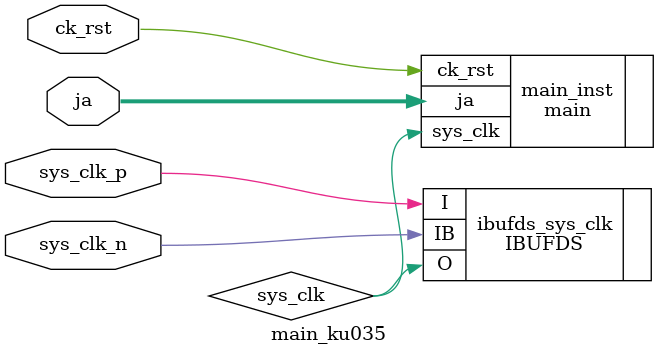
<source format=v>
module main_ku035(
		  input       sys_clk_p,
		  input       sys_clk_n,
		  inout [7:0] ja,
		  input       ck_rst
	    );
   
   wire 		 sys_clk;
   IBUFDS ibufds_sys_clk(.I(sys_clk_p),
			 .IB(sys_clk_n),
			 .O(sys_clk));
   
   main main_inst(.sys_clk(sys_clk),
		  .ja(ja),
		  .ck_rst(ck_rst));
   
endmodule

</source>
